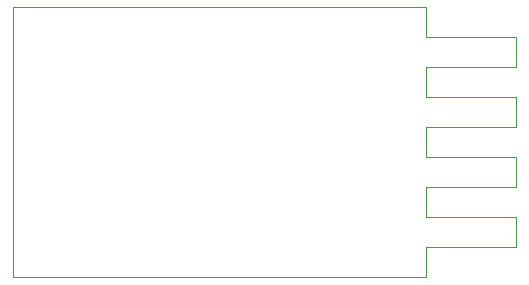
<source format=gbr>
%TF.GenerationSoftware,KiCad,Pcbnew,(6.0.2)*%
%TF.CreationDate,2022-08-31T14:57:05-04:00*%
%TF.ProjectId,PowerSupply,506f7765-7253-4757-9070-6c792e6b6963,rev?*%
%TF.SameCoordinates,Original*%
%TF.FileFunction,Profile,NP*%
%FSLAX46Y46*%
G04 Gerber Fmt 4.6, Leading zero omitted, Abs format (unit mm)*
G04 Created by KiCad (PCBNEW (6.0.2)) date 2022-08-31 14:57:05*
%MOMM*%
%LPD*%
G01*
G04 APERTURE LIST*
%TA.AperFunction,Profile*%
%ADD10C,0.100000*%
%TD*%
%TA.AperFunction,Profile*%
%ADD11C,0.120000*%
%TD*%
G04 APERTURE END LIST*
D10*
X139700000Y-64770000D02*
X139700000Y-87630000D01*
X174625000Y-64770000D02*
X139700000Y-64770000D01*
X174625000Y-87630000D02*
X139700000Y-87630000D01*
D11*
%TO.C,J1*%
X174625000Y-69850000D02*
X174625000Y-72390000D01*
X174625000Y-74930000D02*
X174625000Y-77470000D01*
X182245000Y-85090000D02*
X174625000Y-85090000D01*
X174625000Y-82550000D02*
X182245000Y-82550000D01*
X174625000Y-72390000D02*
X182245000Y-72390000D01*
X182245000Y-82550000D02*
X182245000Y-85090000D01*
X182245000Y-74930000D02*
X174625000Y-74930000D01*
X182245000Y-69850000D02*
X174625000Y-69850000D01*
X174625000Y-77470000D02*
X182245000Y-77470000D01*
X174625000Y-67310000D02*
X174625000Y-64770000D01*
X174625000Y-67310000D02*
X182245000Y-67310000D01*
X182245000Y-72390000D02*
X182245000Y-74930000D01*
X182245000Y-77470000D02*
X182245000Y-80010000D01*
X182245000Y-67310000D02*
X182245000Y-69850000D01*
X182245000Y-80010000D02*
X174625000Y-80010000D01*
X174625000Y-80010000D02*
X174625000Y-82550000D01*
X174625000Y-85090000D02*
X174625000Y-87630000D01*
%TD*%
M02*

</source>
